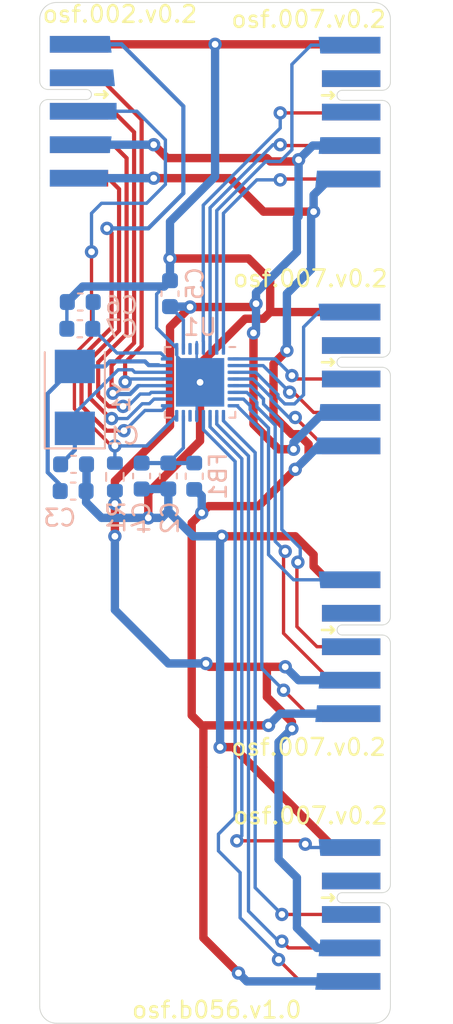
<source format=kicad_pcb>
(kicad_pcb (version 20211014) (generator pcbnew)
  (layers (0 "F.Cu" signal) (31 "B.Cu" signal) (34 "B.Paste" user) (35 "F.Paste" user) (36 "B.SilkS" user "B.Silkscreen") (37 "F.SilkS" user "F.Silkscreen") (38 "B.Mask" user) (39 "F.Mask" user) (44 "Edge.Cuts" user))
  (net 0 "")
  (net 1 "GND")
  (net 2 "Net-(C1-Pad2)")
  (net 3 "Net-(C3-Pad1)")
  (net 4 "/adc/AVDD")
  (net 5 "+5V")
  (net 6 "Net-(C6-Pad1)")
  (net 7 "/adc/SCLK")
  (net 8 "/adc/~{DRDY}")
  (net 9 "/adc/~{CS}")
  (net 11 "/adc/~{RESET}")
  (net 12 "/adc/MOSI")
  (net 13 "+3.3V")
  (net 14 "/adc/MISO")
  (net 15 "/adc/AIN_1P")
  (net 16 "/adc/AIN_1N")
  (net 17 "/adc/AIN_0N")
  (net 18 "/adc/AIN_0P")
  (net 20 "/adc/AIN_3P")
  (net 21 "/adc/AIN_3N")
  (net 22 "/adc/AIN_2N")
  (net 23 "/adc/AIN_2P")
  (net 25 "/adc/AIN_5P")
  (net 26 "/adc/AIN_5N")
  (net 27 "/adc/AIN_4N")
  (net 28 "/adc/AIN_4P")
  (net 30 "/adc/AIN_7P")
  (net 31 "/adc/AIN_7N")
  (net 32 "/adc/AIN_6N")
  (net 33 "/adc/AIN_6P")
  (footprint "on_edge:on_edge_2x05_host" (layer "F.Cu") (at 106 51.55 -90)
    (fp_text reference "J3")
    (fp_text value "007_ADC_2x5")
    (fp_line (start -4 0) (end -1.8 0) (layer "Edge.Cuts") (width 0.05))
    (fp_line (start -1.3 0.5) (end -1.3 2.9) (layer "Edge.Cuts") (width 0.05))
    (fp_line (start -0.2 0) (end 4 0) (layer "Edge.Cuts") (width 0.05))
    (fp_line (start -0.7 2.9) (end -0.7 0.5) (layer "Edge.Cuts") (width 0.05))
    (fp_arc (start -0.7 2.9) (mid -1 3.2) (end -1.3 2.9) (layer "Edge.Cuts") (width 0.05))
    (fp_arc (start -1.8 0) (mid -1.446447 0.146447) (end -1.3 0.5) (layer "Edge.Cuts") (width 0.05))
    (fp_arc (start -0.7 0.5) (mid -0.553553 0.146447) (end -0.2 0) (layer "Edge.Cuts") (width 0.05))
  )
  (footprint "on_edge:on_edge_2x05_host" (layer "F.Cu") (at 106 67.5 -90)
    (fp_text reference "J4")
    (fp_text value "007_ADC_2x5")
    (fp_line (start -4 0) (end -1.8 0) (layer "Edge.Cuts") (width 0.05))
    (fp_line (start -1.3 0.5) (end -1.3 2.9) (layer "Edge.Cuts") (width 0.05))
    (fp_line (start -0.2 0) (end 4 0) (layer "Edge.Cuts") (width 0.05))
    (fp_line (start -0.7 2.9) (end -0.7 0.5) (layer "Edge.Cuts") (width 0.05))
    (fp_arc (start -0.7 2.9) (mid -1 3.2) (end -1.3 2.9) (layer "Edge.Cuts") (width 0.05))
    (fp_arc (start -1.8 0) (mid -1.446447 0.146447) (end -1.3 0.5) (layer "Edge.Cuts") (width 0.05))
    (fp_arc (start -0.7 0.5) (mid -0.553553 0.146447) (end -0.2 0) (layer "Edge.Cuts") (width 0.05))
  )
  (footprint "on_edge:on_edge_2x05_host" (layer "F.Cu") (at 106 83.5 -90)
    (fp_text reference "J5")
    (fp_text value "007_ADC_2x5")
    (fp_line (start -0.7 2.9) (end -0.7 0.5) (layer "Edge.Cuts") (width 0.05))
    (fp_line (start -0.2 0) (end 4 0) (layer "Edge.Cuts") (width 0.05))
    (fp_line (start -4 0) (end -1.8 0) (layer "Edge.Cuts") (width 0.05))
    (fp_line (start -1.3 0.5) (end -1.3 2.9) (layer "Edge.Cuts") (width 0.05))
    (fp_arc (start -0.7 2.9) (mid -1 3.2) (end -1.3 2.9) (layer "Edge.Cuts") (width 0.05))
    (fp_arc (start -0.7 0.5) (mid -0.553553 0.146447) (end -0.2 0) (layer "Edge.Cuts") (width 0.05))
    (fp_arc (start -1.8 0) (mid -1.446447 0.146447) (end -1.3 0.5) (layer "Edge.Cuts") (width 0.05))
  )
  (footprint "on_edge:on_edge_2x05_host" (layer "F.Cu") (at 106 99.5 -90)
    (fp_text reference "J6")
    (fp_text value "007_ADC_2x5")
    (fp_line (start -1.3 0.5) (end -1.3 2.9) (layer "Edge.Cuts") (width 0.05))
    (fp_line (start -4 0) (end -1.8 0) (layer "Edge.Cuts") (width 0.05))
    (fp_line (start -0.7 2.9) (end -0.7 0.5) (layer "Edge.Cuts") (width 0.05))
    (fp_line (start -0.2 0) (end 4 0) (layer "Edge.Cuts") (width 0.05))
    (fp_arc (start -0.7 2.9) (mid -1 3.2) (end -1.3 2.9) (layer "Edge.Cuts") (width 0.05))
    (fp_arc (start -0.7 0.5) (mid -0.553553 0.146447) (end -0.2 0) (layer "Edge.Cuts") (width 0.05))
    (fp_arc (start -1.8 0) (mid -1.446447 0.146447) (end -1.3 0.5) (layer "Edge.Cuts") (width 0.05))
  )
  (footprint "on_edge:on_edge_2x05_device" (layer "F.Cu") (at 85 51.5 -90)
    (fp_text reference "J1")
    (fp_text value "002_SPI_2x5")
    (fp_line (start -0.7 -0.5) (end -0.7 -2.8) (layer "Edge.Cuts") (width 0.05))
    (fp_line (start -1.3 -2.8) (end -1.3 -0.5) (layer "Edge.Cuts") (width 0.05))
    (fp_line (start -0.2 0) (end 4 0) (layer "Edge.Cuts") (width 0.05))
    (fp_line (start -4 0) (end -1.8 0) (layer "Edge.Cuts") (width 0.05))
    (fp_arc (start -1.3 -0.5) (mid -1.446447 -0.146447) (end -1.8 0) (layer "Edge.Cuts") (width 0.05))
    (fp_arc (start -0.2 0) (mid -0.553553 -0.146447) (end -0.7 -0.5) (layer "Edge.Cuts") (width 0.05))
    (fp_arc (start -1.3 -2.8) (mid -1 -3.1) (end -0.7 -2.8) (layer "Edge.Cuts") (width 0.05))
  )
  (footprint "Capacitor_SMD:C_0603_1608Metric" (layer "B.Cu") (at 87 74.2)
    (fp_text reference "C3")
    (fp_text value "10pF")
  )
  (footprint "Package_DFN_QFN:QFN-32-1EP_4x4mm_P0.4mm_EP2.9x2.9mm" (layer "B.Cu") (at 94.6 67.7 180)
    (fp_text reference "U1")
    (fp_text value "ADS131M08")
  )
  (footprint "Capacitor_SMD:C_0603_1608Metric" (layer "B.Cu") (at 87.425 62.9 180)
    (fp_text reference "C6")
    (fp_text value "1uF")
  )
  (footprint "Capacitor_SMD:C_0603_1608Metric" (layer "B.Cu") (at 91.1 73.3 -90)
    (fp_text reference "C4")
    (fp_text value "1uF")
  )
  (footprint "Capacitor_SMD:C_0603_1608Metric" (layer "B.Cu") (at 92.8 62.4 90)
    (fp_text reference "C5")
    (fp_text value "1uF")
  )
  (footprint "Capacitor_SMD:C_0603_1608Metric" (layer "B.Cu") (at 92.7 73.3 -90)
    (fp_text reference "C2")
    (fp_text value "1uF")
  )
  (footprint "Inductor_SMD:L_0603_1608Metric" (layer "B.Cu") (at 94.25 73.3125 90)
    (fp_text reference "FB1")
    (fp_text value "Ferrite_Bead_Small")
  )
  (footprint "Crystal:Crystal_SMD_5032-2Pin_5.0x3.2mm" (layer "B.Cu") (at 87.1 68.6 90)
    (fp_text reference "Y1")
    (fp_text value "8MhZ")
  )
  (footprint "Capacitor_SMD:C_0603_1608Metric" (layer "B.Cu") (at 87.025 72.6 180)
    (fp_text reference "C1")
    (fp_text value "10pF")
  )
  (footprint "Resistor_SMD:R_0603_1608Metric" (layer "B.Cu") (at 89.5 73.35 90)
    (fp_text reference "R1")
    (fp_text value "10k")
  )
  (footprint "Capacitor_SMD:C_0603_1608Metric" (layer "B.Cu") (at 87.4 64.5 180)
    (fp_text reference "C7")
    (fp_text value "10uF")
  )
  (gr_line (start 106 47.55) (end 106 46) (layer "Edge.Cuts") (width 0.05))
  (gr_line (start 85 47.5) (end 85 46) (layer "Edge.Cuts") (width 0.05))
  (gr_arc (start 85 46) (mid 85.292893 45.292893) (end 86 45) (layer "Edge.Cuts") (width 0.05))
  (gr_line (start 85 105) (end 85 55.5) (layer "Edge.Cuts") (width 0.05))
  (gr_line (start 106 105) (end 106 103.5) (layer "Edge.Cuts") (width 0.05))
  (gr_line (start 105 106) (end 86 106) (layer "Edge.Cuts") (width 0.05))
  (gr_line (start 106 79.5) (end 106 71.5) (layer "Edge.Cuts") (width 0.05))
  (gr_line (start 86 45) (end 105 45) (layer "Edge.Cuts") (width 0.05))
  (gr_arc (start 106 105) (mid 105.707107 105.707107) (end 105 106) (layer "Edge.Cuts") (width 0.05))
  (gr_line (start 106 63.5) (end 106 55.55) (layer "Edge.Cuts") (width 0.05))
  (gr_arc (start 105 45) (mid 105.707107 45.292893) (end 106 46) (layer "Edge.Cuts") (width 0.05))
  (gr_arc (start 86 106) (mid 85.292893 105.707107) (end 85 105) (layer "Edge.Cuts") (width 0.05))
  (gr_line (start 106 95.5) (end 106 87.5) (layer "Edge.Cuts") (width 0.05))
  (gr_text "osf.002.v0.2" (at 89.8 45.7) (layer "F.SilkS") (effects (font (size 1 1))))
  (gr_text "osf.007.v0.2" (at 101.2 61.5) (layer "F.SilkS") (effects (font (size 1 1))))
  (gr_text "osf.007.v0.2" (at 101.2 93.6) (layer "F.SilkS") (effects (font (size 1 1))))
  (gr_text "osf.007.v0.2" (at 101.1 46) (layer "F.SilkS") (effects (font (size 1 1))))
  (gr_text "osf.b056.v1.0" (at 95.6 105.2) (layer "F.SilkS") (effects (font (size 1 1))))
  (gr_text "osf.007.v0.2" (at 101.1 89.5) (layer "F.SilkS") (effects (font (size 1 1))))
  (segment (start 91.5 75.8) (end 91.5 74.3) (width 0.5) (layer "F.Cu") (net 1))
  (segment (start 101.4 78.7) (end 101.4 78) (width 0.5) (layer "F.Cu") (net 1))
  (segment (start 103.65 63.5) (end 98.8 63.5) (width 0.5) (layer "F.Cu") (net 1))
  (segment (start 103.6 47.5) (end 103.65 47.55) (width 0.5) (layer "F.Cu") (net 1))
  (segment (start 87.35 47.5) (end 95.5 47.5) (width 0.5) (layer "F.Cu") (net 1))
  (segment (start 101.5 94.4) (end 96.6 89.5) (width 0.5) (layer "F.Cu") (net 1))
  (segment (start 98.8 63.5) (end 98.8 61.6) (width 0.5) (layer "F.Cu") (net 1))
  (segment (start 102.2 79.5) (end 101.7 79) (width 0.5) (layer "F.Cu") (net 1))
  (segment (start 94.6 71.2) (end 94.6 67.7) (width 0.5) (layer "F.Cu") (net 1))
  (segment (start 103.65 95.5) (end 102.6 95.5) (width 0.5) (layer "F.Cu") (net 1))
  (segment (start 101.4 78) (end 100.3 76.9) (width 0.5) (layer "F.Cu") (net 1))
  (segment (start 98.8 63.5) (end 98.40048 63.89952) (width 0.5) (layer "F.Cu") (net 1))
  (segment (start 95.5 47.5) (end 103.6 47.5) (width 0.5) (layer "F.Cu") (net 1))
  (segment (start 97.30048 63.89952) (end 94.6 66.6) (width 0.5) (layer "F.Cu") (net 1))
  (segment (start 103.65 79.5) (end 102.2 79.5) (width 0.5) (layer "F.Cu") (net 1))
  (segment (start 94.6 66.6) (end 94.6 67.7) (width 0.5) (layer "F.Cu") (net 1))
  (segment (start 98.8 61.6) (end 97.5 60.3) (width 0.5) (layer "F.Cu") (net 1))
  (segment (start 102.6 95.5) (end 101.5 94.4) (width 0.5) (layer "F.Cu") (net 1))
  (segment (start 101.7 79) (end 101.4 78.7) (width 0.5) (layer "F.Cu") (net 1))
  (segment (start 96.6 89.5) (end 95.8 89.5) (width 0.5) (layer "F.Cu") (net 1))
  (segment (start 91.5 74.3) (end 94.6 71.2) (width 0.5) (layer "F.Cu") (net 1))
  (segment (start 97.5 60.3) (end 92.8 60.3) (width 0.5) (layer "F.Cu") (net 1))
  (segment (start 98.40048 63.89952) (end 97.30048 63.89952) (width 0.5) (layer "F.Cu") (net 1))
  (segment (start 100.3 76.9) (end 95.9 76.9) (width 0.5) (layer "F.Cu") (net 1))
  (via (at 95.9 76.9) (size 0.8) (drill 0.4) (layers "F.Cu" "B.Cu") (net 1))
  (via (at 95.5 47.5) (size 0.8) (drill 0.4) (layers "F.Cu" "B.Cu") (net 1))
  (via (at 92.8 60.3) (size 0.8) (drill 0.4) (layers "F.Cu" "B.Cu") (net 1))
  (via (at 91.5 75.8) (size 0.8) (drill 0.4) (layers "F.Cu" "B.Cu") (net 1))
  (via (at 94.6 67.7) (size 0.8) (drill 0.4) (layers "F.Cu" "B.Cu") (net 1))
  (via (at 95.8 89.5) (size 0.8) (drill 0.4) (layers "F.Cu" "B.Cu") (net 1))
  (segment (start 95.5 55.4) (end 95.5 47.5) (width 0.5) (layer "B.Cu") (net 1))
  (segment (start 94.35 67.95) (end 94.6 67.7) (width 0.2) (layer "B.Cu") (net 1))
  (segment (start 94.2 76.9) (end 92.7 75.4) (width 0.5) (layer "B.Cu") (net 1))
  (segment (start 92 64.45) (end 92 62.425) (width 0.2) (layer "B.Cu") (net 1))
  (segment (start 92.44952 61.97548) (end 87.57452 61.97548) (width 0.5) (layer "B.Cu") (net 1))
  (segment (start 94.6 67.7) (end 94.6 67.544295) (width 0.2) (layer "B.Cu") (net 1))
  (segment (start 91.1 74.075) (end 92.7 74.075) (width 0.5) (layer "B.Cu") (net 1))
  (segment (start 92.8 58.1) (end 95.5 55.4) (width 0.5) (layer "B.Cu") (net 1))
  (segment (start 94.6 67.544295) (end 93.24952 66.193815) (width 0.2) (layer "B.Cu") (net 1))
  (segment (start 95.8 89.5) (end 95.8 77) (width 0.5) (layer "B.Cu") (net 1))
  (segment (start 86.625 62.925) (end 86.65 62.9) (width 0.2) (layer "B.Cu") (net 1))
  (segment (start 93.20048 65.65048) (end 93.20048 66.056185) (width 0.2) (layer "B.Cu") (net 1))
  (segment (start 93.2 65.7) (end 93.2 66.055705) (width 0.2) (layer "B.Cu") (net 1))
  (segment (start 92.8 61.625) (end 92.8 60.3) (width 0.5) (layer "B.Cu") (net 1))
  (segment (start 92 62.425) (end 92.8 61.625) (width 0.2) (layer "B.Cu") (net 1))
  (segment (start 93.2 65.65) (end 92 64.45) (width 0.2) (layer "B.Cu") (net 1))
  (segment (start 87.57452 61.97548) (end 86.65 62.9) (width 0.5) (layer "B.Cu") (net 1))
  (segment (start 93.2 66.055705) (end 93.20048 66.056185) (width 0.2) (layer "B.Cu") (net 1))
  (segment (start 92 64.45) (end 93.20048 65.65048) (width 0.2) (layer "B.Cu") (net 1))
  (segment (start 88.7 75.8) (end 92.3 75.8) (width 0.5) (layer "B.Cu") (net 1))
  (segment (start 87.8 72.6) (end 87.8 74.175) (width 0.5) (layer "B.Cu") (net 1))
  (segment (start 92.8 60.3) (end 92.8 58.1) (width 0.5) (layer "B.Cu") (net 1))
  (segment (start 93.2 65.7) (end 93.2 65.65) (width 0.2) (layer "B.Cu") (net 1))
  (segment (start 94.4 65.295) (end 94.4 67.445) (width 0.15) (layer "B.Cu") (net 1))
  (segment (start 95.9 76.9) (end 94.2 76.9) (width 0.5) (layer "B.Cu") (net 1))
  (segment (start 87.775 74.2) (end 87.775 74.875) (width 0.5) (layer "B.Cu") (net 1))
  (segment (start 95.8 77) (end 95.9 76.9) (width 0.5) (layer "B.Cu") (net 1))
  (segment (start 92.3 75.8) (end 92.7 75.4) (width 0.5) (layer "B.Cu") (net 1))
  (segment (start 92.7 75.4) (end 92.7 74.075) (width 0.5) (layer "B.Cu") (net 1))
  (segment (start 94.35 67.45) (end 94.6 67.7) (width 0.2) (layer "B.Cu") (net 1))
  (segment (start 94.4 70.025) (end 94.4 67.875) (width 0.15) (layer "B.Cu") (net 1))
  (segment (start 87.775 74.875) (end 88.7 75.8) (width 0.5) (layer "B.Cu") (net 1))
  (segment (start 87.8 74.175) (end 87.775 74.2) (width 0.5) (layer "B.Cu") (net 1))
  (segment (start 86.625 64.5) (end 86.625 62.925) (width 0.2) (layer "B.Cu") (net 1))
  (segment (start 92.8 61.625) (end 92.44952 61.97548) (width 0.5) (layer "B.Cu") (net 1))
  (segment (start 90.539989 66.949989) (end 89.699033 66.949989) (width 0.2) (layer "B.Cu") (net 2))
  (segment (start 86.25 72.6) (end 87.1 71.75) (width 0.25) (layer "B.Cu") (net 2))
  (segment (start 90.69 67.1) (end 90.539989 66.949989) (width 0.2) (layer "B.Cu") (net 2))
  (segment (start 87.1 69.599022) (end 87.1 70.45) (width 0.25) (layer "B.Cu") (net 2))
  (segment (start 89.699033 66.949989) (end 87.1 69.549022) (width 0.2) (layer "B.Cu") (net 2))
  (segment (start 87.1 71.75) (end 87.1 70.45) (width 0.25) (layer "B.Cu") (net 2))
  (segment (start 92.6 67.1) (end 90.69 67.1) (width 0.2) (layer "B.Cu") (net 2))
  (segment (start 87.1 69.549022) (end 87.1 70.45) (width 0.2) (layer "B.Cu") (net 2))
  (segment (start 92.6 66.7) (end 92.13452 66.7) (width 0.2) (layer "B.Cu") (net 3))
  (segment (start 91.3 66.45) (end 91.52548 66.67548) (width 0.25) (layer "B.Cu") (net 3))
  (segment (start 86.225 74.2) (end 86.225 73.827138) (width 0.25) (layer "B.Cu") (net 3))
  (segment (start 91.52548 66.67548) (end 92.11 66.67548) (width 0.25) (layer "B.Cu") (net 3))
  (segment (start 86.225 73.827138) (end 85.47548 73.077618) (width 0.25) (layer "B.Cu") (net 3))
  (segment (start 92.13452 66.7) (end 92.11 66.67548) (width 0.2) (layer "B.Cu") (net 3))
  (segment (start 88.9 66.75) (end 89.2 66.45) (width 0.25) (layer "B.Cu") (net 3))
  (segment (start 89.2 66.45) (end 91.3 66.45) (width 0.25) (layer "B.Cu") (net 3))
  (segment (start 87.1 66.75) (end 88.9 66.75) (width 0.25) (layer "B.Cu") (net 3))
  (segment (start 85.47548 68.37452) (end 87.1 66.75) (width 0.25) (layer "B.Cu") (net 3))
  (segment (start 85.47548 73.077618) (end 85.47548 68.37452) (width 0.25) (layer "B.Cu") (net 3))
  (segment (start 93.6 71.625) (end 92.7 72.525) (width 0.2) (layer "B.Cu") (net 4))
  (segment (start 93.6 69.7) (end 93.6 71.625) (width 0.2) (layer "B.Cu") (net 4))
  (segment (start 91.1 72.525) (end 92.7 72.525) (width 0.25) (layer "B.Cu") (net 4))
  (segment (start 92.7 72.525) (end 94.2875 72.525) (width 0.25) (layer "B.Cu") (net 4))
  (segment (start 101.1 72.1) (end 101.1 71.4) (width 0.5) (layer "F.Cu") (net 5))
  (segment (start 98.4 57.5) (end 101.4 57.5) (width 0.5) (layer "F.Cu") (net 5))
  (segment (start 100.5 70.8) (end 100.098609 70.8) (width 0.5) (layer "F.Cu") (net 5))
  (segment (start 99 69.701391) (end 99 66.6) (width 0.5) (layer "F.Cu") (net 5))
  (segment (start 101.1 71.4) (end 100.5 70.8) (width 0.5) (layer "F.Cu") (net 5))
  (segment (start 94.8 88.3) (end 94.1 87.6) (width 0.5) (layer "F.Cu") (net 5))
  (segment (start 94.8 100.9) (end 94.8 90.7) (width 0.5) (layer "F.Cu") (net 5))
  (segment (start 98.7 88.2) (end 94.9 88.2) (width 0.5) (layer "F.Cu") (net 5))
  (segment (start 98.1 75.1) (end 95.1 75.1) (width 0.5) (layer "F.Cu") (net 5))
  (segment (start 100.3 72.9) (end 101.1 72.1) (width 0.5) (layer "F.Cu") (net 5))
  (segment (start 94.8 90.7) (end 94.8 88.3) (width 0.5) (layer "F.Cu") (net 5))
  (segment (start 99 66.6) (end 99.8 65.8) (width 0.5) (layer "F.Cu") (net 5))
  (segment (start 94.1 87.6) (end 94.1 76.1) (width 0.5) (layer "F.Cu") (net 5))
  (segment (start 100.098609 70.8) (end 99 69.701391) (width 0.5) (layer "F.Cu") (net 5))
  (segment (start 91.8245 55.5) (end 96.4 55.5) (width 0.5) (layer "F.Cu") (net 5))
  (segment (start 96.9 103) (end 94.8 100.9) (width 0.5) (layer "F.Cu") (net 5))
  (segment (start 94.9 88.2) (end 94.8 88.3) (width 0.5) (layer "F.Cu") (net 5))
  (segment (start 95.1 75.1) (end 94.7 75.5) (width 0.5) (layer "F.Cu") (net 5))
  (segment (start 94.1 76.1) (end 94.7 75.5) (width 0.5) (layer "F.Cu") (net 5))
  (segment (start 96.4 55.5) (end 98.4 57.5) (width 0.5) (layer "F.Cu") (net 5))
  (segment (start 100.3 72.9) (end 98.1 75.1) (width 0.5) (layer "F.Cu") (net 5))
  (via (at 91.8245 55.5) (size 0.8) (drill 0.4) (layers "F.Cu" "B.Cu") (net 5))
  (via (at 100.3 72.9) (size 0.8) (drill 0.4) (layers "F.Cu" "B.Cu") (net 5))
  (via (at 101.4 57.5) (size 0.8) (drill 0.4) (layers "F.Cu" "B.Cu") (net 5))
  (via (at 98.7 88.2) (size 0.8) (drill 0.4) (layers "F.Cu" "B.Cu") (net 5))
  (via (at 94.7 75.5) (size 0.8) (drill 0.4) (layers "F.Cu" "B.Cu") (net 5))
  (via (at 96.9 103) (size 0.8) (drill 0.4) (layers "F.Cu" "B.Cu") (net 5))
  (via (at 99.8 65.8) (size 0.8) (drill 0.4) (layers "F.Cu" "B.Cu") (net 5))
  (segment (start 87.3 55.5) (end 91.8245 55.5) (width 0.5) (layer "B.Cu") (net 5))
  (segment (start 101.25048 60.94952) (end 99.9 62.3) (width 0.5) (layer "B.Cu") (net 5))
  (segment (start 97.4 103.5) (end 96.9 103) (width 0.5) (layer "B.Cu") (net 5))
  (segment (start 102.35 55.55) (end 103.5 55.55) (width 0.5) (layer "B.Cu") (net 5))
  (segment (start 99.8 62.4) (end 99.8 65.8) (width 0.5) (layer "B.Cu") (net 5))
  (segment (start 94.7 74.4875) (end 94.3 74.0875) (width 0.5) (layer "B.Cu") (net 5))
  (segment (start 101.4 57.5) (end 101.25048 57.64952) (width 0.5) (layer "B.Cu") (net 5))
  (segment (start 101.25048 57.64952) (end 101.25048 60.94952) (width 0.5) (layer "B.Cu") (net 5))
  (segment (start 103.5 87.5) (end 99.4 87.5) (width 0.5) (layer "B.Cu") (net 5))
  (segment (start 99.9 62.3) (end 99.8 62.4) (width 0.5) (layer "B.Cu") (net 5))
  (segment (start 100.3 72.9) (end 101.7 71.5) (width 0.5) (layer "B.Cu") (net 5))
  (segment (start 101.4 57.5) (end 101.4 56.5) (width 0.5) (layer "B.Cu") (net 5))
  (segment (start 103.5 103.5) (end 97.4 103.5) (width 0.5) (layer "B.Cu") (net 5))
  (segment (start 99.4 87.5) (end 98.7 88.2) (width 0.5) (layer "B.Cu") (net 5))
  (segment (start 94.7 75.5) (end 94.7 74.4875) (width 0.5) (layer "B.Cu") (net 5))
  (segment (start 101.4 56.5) (end 102.35 55.55) (width 0.5) (layer "B.Cu") (net 5))
  (segment (start 101.7 71.5) (end 103.5 71.5) (width 0.5) (layer "B.Cu") (net 5))
  (segment (start 89.625 65.95) (end 88.175 64.5) (width 0.2) (layer "B.Cu") (net 6))
  (segment (start 92.25 65.95) (end 92.6 66.3) (width 0.2) (layer "B.Cu") (net 6))
  (segment (start 88.2 62.9) (end 88.2 64.475) (width 0.2) (layer "B.Cu") (net 6))
  (segment (start 88.2 64.475) (end 88.175 64.5) (width 0.2) (layer "B.Cu") (net 6))
  (segment (start 89.625 65.95) (end 92.25 65.95) (width 0.2) (layer "B.Cu") (net 6))
  (segment (start 89.136469 69.136469) (end 88.5 68.5) (width 0.25) (layer "F.Cu") (net 7))
  (segment (start 90.2 64.8) (end 90.2 54.3) (width 0.25) (layer "F.Cu") (net 7))
  (segment (start 88.5 68.5) (end 88.5 66.5) (width 0.25) (layer "F.Cu") (net 7))
  (segment (start 88.5 66.5) (end 90.2 64.8) (width 0.25) (layer "F.Cu") (net 7))
  (segment (start 90.2 54.3) (end 89.4 53.5) (width 0.25) (layer "F.Cu") (net 7))
  (segment (start 89.4 53.5) (end 87.35 53.5) (width 0.25) (layer "F.Cu") (net 7))
  (segment (start 89.990226 69.136469) (end 89.136469 69.136469) (width 0.25) (layer "F.Cu") (net 7))
  (via (at 89.990226 69.136469) (size 0.8) (drill 0.4) (layers "F.Cu" "B.Cu") (net 7))
  (segment (start 91.675978 68.3) (end 91.575978 68.4) (width 0.2) (layer "B.Cu") (net 7))
  (segment (start 92.6 68.3) (end 91.675978 68.3) (width 0.2) (layer "B.Cu") (net 7))
  (segment (start 91.575978 68.4) (end 91.011286 68.4) (width 0.2) (layer "B.Cu") (net 7))
  (segment (start 91.011286 68.4) (end 90.274817 69.136469) (width 0.2) (layer "B.Cu") (net 7))
  (segment (start 90.274817 69.136469) (end 89.990226 69.136469) (width 0.2) (layer "B.Cu") (net 7))
  (segment (start 89.1 55.5) (end 87.35 55.5) (width 0.25) (layer "F.Cu") (net 8))
  (segment (start 89.75048 64.613802) (end 89.75048 56.15048) (width 0.25) (layer "F.Cu") (net 8))
  (segment (start 89.75048 56.15048) (end 89.1 55.5) (width 0.25) (layer "F.Cu") (net 8))
  (segment (start 89.306885 69.865887) (end 89.230169 69.865887) (width 0.25) (layer "F.Cu") (net 8))
  (segment (start 88 66.364282) (end 89.75048 64.613802) (width 0.25) (layer "F.Cu") (net 8))
  (segment (start 89.230169 69.865887) (end 88 68.635718) (width 0.25) (layer "F.Cu") (net 8))
  (segment (start 88 68.635718) (end 88 66.364282) (width 0.25) (layer "F.Cu") (net 8))
  (via (at 89.306885 69.865887) (size 0.8) (drill 0.4) (layers "F.Cu" "B.Cu") (net 8))
  (segment (start 91.560984 68.98) (end 91.135954 68.98) (width 0.2) (layer "B.Cu") (net 8))
  (segment (start 92.6 68.7) (end 91.840984 68.7) (width 0.2) (layer "B.Cu") (net 8))
  (segment (start 91.135954 68.98) (end 90.250067 69.865887) (width 0.2) (layer "B.Cu") (net 8))
  (segment (start 91.840984 68.7) (end 91.560984 68.98) (width 0.2) (layer "B.Cu") (net 8))
  (segment (start 90.250067 69.865887) (end 89.306885 69.865887) (width 0.2) (layer "B.Cu") (net 8))
  (segment (start 89.02598 58.5) (end 89.30096 58.77498) (width 0.25) (layer "F.Cu") (net 9))
  (segment (start 89.30096 58.77498) (end 89.30096 64.427604) (width 0.25) (layer "F.Cu") (net 9))
  (segment (start 87.5 66.228564) (end 87.5 69.1) (width 0.25) (layer "F.Cu") (net 9))
  (segment (start 87.5 69.1) (end 88.990387 70.590387) (width 0.25) (layer "F.Cu") (net 9))
  (segment (start 88.990387 70.590387) (end 90.044331 70.590387) (width 0.25) (layer "F.Cu") (net 9))
  (segment (start 89.30096 64.427604) (end 87.5 66.228564) (width 0.25) (layer "F.Cu") (net 9))
  (via (at 90.044331 70.590387) (size 0.8) (drill 0.4) (layers "F.Cu" "B.Cu") (net 9))
  (via (at 89.02598 58.5) (size 0.8) (drill 0.4) (layers "F.Cu" "B.Cu") (net 9))
  (segment (start 91.30144 69.37952) (end 90.090573 70.590387) (width 0.2) (layer "B.Cu") (net 9))
  (segment (start 90.090573 70.590387) (end 90.044331 70.590387) (width 0.2) (layer "B.Cu") (net 9))
  (segment (start 93.6 51.2) (end 89.9 47.5) (width 0.25) (layer "B.Cu") (net 9))
  (segment (start 93.6 56.4) (end 93.6 51.2) (width 0.25) (layer "B.Cu") (net 9))
  (segment (start 89.02598 58.5) (end 91.5 58.5) (width 0.25) (layer "B.Cu") (net 9))
  (segment (start 92.32048 69.37952) (end 91.30144 69.37952) (width 0.2) (layer "B.Cu") (net 9))
  (segment (start 92.6 69.1) (end 92.32048 69.37952) (width 0.2) (layer "B.Cu") (net 9))
  (segment (start 91.5 58.5) (end 93.6 56.4) (width 0.25) (layer "B.Cu") (net 9))
  (segment (start 89.9 47.5) (end 87.4 47.5) (width 0.25) (layer "B.Cu") (net 9))
  (segment (start 87.07548 69.275842) (end 89.299638 71.5) (width 0.2) (layer "F.Cu") (net 11))
  (segment (start 87.07548 66.02452) (end 87.07548 69.275842) (width 0.2) (layer "F.Cu") (net 11))
  (segment (start 88.1 59.9) (end 88.1 65) (width 0.2) (layer "F.Cu") (net 11))
  (segment (start 89.299638 71.5) (end 89.5 71.5) (width 0.2) (layer "F.Cu") (net 11))
  (segment (start 88.1 65) (end 87.07548 66.02452) (width 0.2) (layer "F.Cu") (net 11))
  (via (at 89.5 71.5) (size 0.8) (drill 0.4) (layers "F.Cu" "B.Cu") (net 11))
  (via (at 88.1 59.9) (size 0.8) (drill 0.4) (layers "F.Cu" "B.Cu") (net 11))
  (segment (start 90.813759 51.5) (end 92.524011 53.210252) (width 0.2) (layer "B.Cu") (net 11))
  (segment (start 88.1 59.2) (end 88.1 59.9) (width 0.2) (layer "B.Cu") (net 11))
  (segment (start 93.2 69.7) (end 91.4 71.5) (width 0.2) (layer "B.Cu") (net 11))
  (segment (start 88.7 57) (end 88.1 57.6) (width 0.2) (layer "B.Cu") (net 11))
  (segment (start 92.524011 55.875989) (end 91.4 57) (width 0.2) (layer "B.Cu") (net 11))
  (segment (start 92.524011 53.210252) (end 92.524011 55.875989) (width 0.2) (layer "B.Cu") (net 11))
  (segment (start 91.4 71.5) (end 89.5 71.5) (width 0.2) (layer "B.Cu") (net 11))
  (segment (start 87.1 51.5) (end 90.813759 51.5) (width 0.2) (layer "B.Cu") (net 11))
  (segment (start 91.4 57) (end 88.7 57) (width 0.2) (layer "B.Cu") (net 11))
  (segment (start 88.1 57.6) (end 88.1 59.2) (width 0.2) (layer "B.Cu") (net 11))
  (segment (start 89.5 71.5) (end 89.5 72.475) (width 0.2) (layer "B.Cu") (net 11))
  (segment (start 90.11181 66.523907) (end 91.1 65.535717) (width 0.25) (layer "F.Cu") (net 12))
  (segment (start 91.1 52) (end 88.6 49.5) (width 0.25) (layer "F.Cu") (net 12))
  (segment (start 91.1 65.535717) (end 91.1 52) (width 0.25) (layer "F.Cu") (net 12))
  (segment (start 90.11181 67.6745) (end 90.11181 66.523907) (width 0.25) (layer "F.Cu") (net 12))
  (via (at 90.11181 67.6745) (size 0.8) (drill 0.4) (layers "F.Cu" "B.Cu") (net 12))
  (segment (start 90.28631 67.5) (end 90.11181 67.6745) (width 0.2) (layer "B.Cu") (net 12))
  (segment (start 92.6 67.5) (end 90.28631 67.5) (width 0.2) (layer "B.Cu") (net 12))
  (segment (start 92.6245 54.3) (end 98.6 54.3) (width 0.5) (layer "F.Cu") (net 13))
  (segment (start 89.5 74.9505) (end 89.5 73.6) (width 0.5) (layer "F.Cu") (net 13))
  (segment (start 94 63.2) (end 97.749812 63.2) (width 0.5) (layer "F.Cu") (net 13))
  (segment (start 97.8 70.2) (end 97.8 64.749708) (width 0.5) (layer "F.Cu") (net 13))
  (segment (start 100.1 88) (end 98.6 86.5) (width 0.5) (layer "F.Cu") (net 13))
  (segment (start 92.8 64.4) (end 94 63.2) (width 0.5) (layer "F.Cu") (net 13))
  (segment (start 92.8 70.3) (end 92.8 64.4) (width 0.5) (layer "F.Cu") (net 13))
  (segment (start 89.5 74.9505) (end 89.5 76.9) (width 0.5) (layer "F.Cu") (net 13))
  (segment (start 100.19806 71.7) (end 99.3 71.7) (width 0.5) (layer "F.Cu") (net 13))
  (segment (start 98.6 86.5) (end 98.6 84.7) (width 0.5) (layer "F.Cu") (net 13))
  (segment (start 100.4 54.5) (end 100.5 54.4) (width 0.5) (layer "F.Cu") (net 13))
  (segment (start 94.9495 84.5) (end 95.1495 84.7) (width 0.5) (layer "F.Cu") (net 13))
  (segment (start 97.8 64.749708) (end 97.800688 64.74902) (width 0.5) (layer "F.Cu") (net 13))
  (segment (start 91.8245 53.5) (end 92.6245 54.3) (width 0.5) (layer "F.Cu") (net 13))
  (segment (start 98.8 54.5) (end 100.4 54.5) (width 0.5) (layer "F.Cu") (net 13))
  (segment (start 98.6 54.3) (end 98.8 54.5) (width 0.5) (layer "F.Cu") (net 13))
  (segment (start 97.749812 63.2) (end 97.9505 62.999312) (width 0.5) (layer "F.Cu") (net 13))
  (segment (start 89.5 73.6) (end 92.8 70.3) (width 0.5) (layer "F.Cu") (net 13))
  (segment (start 99.3 71.7) (end 97.8 70.2) (width 0.5) (layer "F.Cu") (net 13))
  (segment (start 99.7 84.7) (end 98.6 84.7) (width 0.5) (layer "F.Cu") (net 13))
  (segment (start 95.1495 84.7) (end 98.6 84.7) (width 0.5) (layer "F.Cu") (net 13))
  (segment (start 100.1 88.4) (end 100.1 88) (width 0.5) (layer "F.Cu") (net 13))
  (via (at 100.1 88.4) (size 0.8) (drill 0.4) (layers "F.Cu" "B.Cu") (net 13))
  (via (at 100.5 54.4) (size 0.8) (drill 0.4) (layers "F.Cu" "B.Cu") (net 13))
  (via (at 99.7 84.7) (size 0.8) (drill 0.4) (layers "F.Cu" "B.Cu") (net 13))
  (via (at 89.5 76.9) (size 0.8) (drill 0.4) (layers "F.Cu" "B.Cu") (net 13))
  (via (at 97.800688 64.74902) (size 0.8) (drill 0.4) (layers "F.Cu" "B.Cu") (net 13))
  (via (at 97.9505 62.999312) (size 0.8) (drill 0.4) (layers "F.Cu" "B.Cu") (net 13))
  (via (at 89.5 74.9505) (size 0.8) (drill 0.4) (layers "F.Cu" "B.Cu") (net 13))
  (via (at 94.9495 84.5) (size 0.8) (drill 0.4) (layers "F.Cu" "B.Cu") (net 13))
  (via (at 94 63.2) (size 0.8) (drill 0.4) (layers "F.Cu" "B.Cu") (net 13))
  (via (at 100.19806 71.7) (size 0.8) (drill 0.4) (layers "F.Cu" "B.Cu") (net 13))
  (via (at 91.8245 53.5) (size 0.8) (drill 0.4) (layers "F.Cu" "B.Cu") (net 13))
  (segment (start 93.6 63.975) (end 92.8 63.175) (width 0.2) (layer "B.Cu") (net 13))
  (segment (start 100.4 59.9) (end 100.4 57.885718) (width 0.5) (layer "B.Cu") (net 13))
  (segment (start 102 69.5) (end 103.6 69.5) (width 0.5) (layer "B.Cu") (net 13))
  (segment (start 92.7 84.5) (end 89.5 81.3) (width 0.5) (layer "B.Cu") (net 13))
  (segment (start 100.19806 71.30194) (end 102 69.5) (width 0.5) (layer "B.Cu") (net 13))
  (segment (start 103.6 85.5) (end 100.5 85.5) (width 0.5) (layer "B.Cu") (net 13))
  (segment (start 89.5 74.9505) (end 89.5 74.125) (width 0.5) (layer "B.Cu") (net 13))
  (segment (start 100.4 57.885718) (end 100.5 57.785718) (width 0.5) (layer "B.Cu") (net 13))
  (segment (start 97.9505 62.999312) (end 97.9505 62.3495) (width 0.5) (layer "B.Cu") (net 13))
  (segment (start 100.4 97.3) (end 99.3 96.2) (width 0.5) (layer "B.Cu") (net 13))
  (segment (start 101.6 101.5) (end 101.1 101) (width 0.5) (layer "B.Cu") (net 13))
  (segment (start 100.19806 71.7) (end 100.19806 71.30194) (width 0.5) (layer "B.Cu") (net 13))
  (segment (start 91.8245 53.5) (end 87.4 53.5) (width 0.5) (layer "B.Cu") (net 13))
  (segment (start 99.3 94.3) (end 99.3 89.2) (width 0.5) (layer "B.Cu") (net 13))
  (segment (start 97.9505 64.599208) (end 97.9505 62.999312) (width 0.5) (layer "B.Cu") (net 13))
  (segment (start 92.8 63.175) (end 93.975 63.175) (width 0.5) (layer "B.Cu") (net 13))
  (segment (start 100.4 100.3) (end 100.4 97.3) (width 0.5) (layer "B.Cu") (net 13))
  (segment (start 100.5 54.4) (end 101.35 53.55) (width 0.5) (layer "B.Cu") (net 13))
  (segment (start 99.3 96.2) (end 99.3 94.3) (width 0.5) (layer "B.Cu") (net 13))
  (segment (start 94.9495 84.5) (end 92.7 84.5) (width 0.5) (layer "B.Cu") (net 13))
  (segment (start 101.35 53.55) (end 103.6 53.55) (width 0.5) (layer "B.Cu") (net 13))
  (segment (start 89.5 81.3) (end 89.5 76.9) (width 0.5) (layer "B.Cu") (net 13))
  (segment (start 97.800688 64.74902) (end 97.9505 64.599208) (width 0.5) (layer "B.Cu") (net 13))
  (segment (start 97.9505 62.3495) (end 100.4 59.9) (width 0.5) (layer "B.Cu") (net 13))
  (segment (start 100.5 57.785718) (end 100.5 54.4) (width 0.5) (layer "B.Cu") (net 13))
  (segment (start 93.6 65.7) (end 93.6 63.975) (width 0.2) (layer "B.Cu") (net 13))
  (segment (start 103.6 101.5) (end 101.6 101.5) (width 0.5) (layer "B.Cu") (net 13))
  (segment (start 100.5 85.5) (end 99.7 84.7) (width 0.5) (layer "B.Cu") (net 13))
  (segment (start 101.1 101) (end 100.4 100.3) (width 0.5) (layer "B.Cu") (net 13))
  (segment (start 93.975 63.175) (end 94 63.2) (width 0.5) (layer "B.Cu") (net 13))
  (segment (start 99.3 89.2) (end 100.1 88.4) (width 0.5) (layer "B.Cu") (net 13))
  (segment (start 89.3 66.7) (end 90.65048 65.34952) (width 0.25) (layer "F.Cu") (net 14))
  (segment (start 89.374407 68.349213) (end 89.3 68.274806) (width 0.25) (layer "F.Cu") (net 14))
  (segment (start 89.4 51.5) (end 88.6 51.5) (width 0.25) (layer "F.Cu") (net 14))
  (segment (start 90.65048 65.34952) (end 90.65048 52.75048) (width 0.25) (layer "F.Cu") (net 14))
  (segment (start 89.3 68.274806) (end 89.3 66.7) (width 0.25) (layer "F.Cu") (net 14))
  (segment (start 90.65048 52.75048) (end 89.4 51.5) (width 0.25) (layer "F.Cu") (net 14))
  (via (at 89.374407 68.349213) (size 0.8) (drill 0.4) (layers "F.Cu" "B.Cu") (net 14))
  (segment (start 89.399205 68.374011) (end 89.374407 68.349213) (width 0.2) (layer "B.Cu") (net 14))
  (segment (start 91.01 67.9) (end 90.875569 67.9) (width 0.2) (layer "B.Cu") (net 14))
  (segment (start 90.910924 67.9) (end 90.860924 67.95) (width 0.2) (layer "B.Cu") (net 14))
  (segment (start 90.411913 68.399011) (end 89.424205 68.399011) (width 0.25) (layer "B.Cu") (net 14))
  (segment (start 89.424205 68.399011) (end 89.374407 68.349213) (width 0.25) (layer "B.Cu") (net 14))
  (segment (start 92.6 67.9) (end 91.01 67.9) (width 0.2) (layer "B.Cu") (net 14))
  (segment (start 90.875569 67.9) (end 90.401558 68.374011) (width 0.2) (layer "B.Cu") (net 14))
  (segment (start 90.401558 68.374011) (end 89.399205 68.374011) (width 0.2) (layer "B.Cu") (net 14))
  (segment (start 91.01 67.9) (end 90.910924 67.9) (width 0.2) (layer "B.Cu") (net 14))
  (segment (start 90.860924 67.95) (end 90.411913 68.399011) (width 0.25) (layer "B.Cu") (net 14))
  (segment (start 99.45 55.55) (end 103.65 55.55) (width 0.2) (layer "F.Cu") (net 15))
  (segment (start 99.4 55.6) (end 99.45 55.55) (width 0.2) (layer "F.Cu") (net 15))
  (via (at 99.4 55.6) (size 0.8) (drill 0.4) (layers "F.Cu" "B.Cu") (net 15))
  (segment (start 98 55.6) (end 99.4 55.6) (width 0.2) (layer "B.Cu") (net 15))
  (segment (start 96 57.6) (end 98 55.6) (width 0.2) (layer "B.Cu") (net 15))
  (segment (start 96 65.7) (end 96 57.6) (width 0.2) (layer "B.Cu") (net 15))
  (segment (start 98.534994 54.5) (end 95.6 57.434994) (width 0.2) (layer "B.Cu") (net 16))
  (segment (start 103.6 47.55) (end 101.25 47.55) (width 0.2) (layer "B.Cu") (net 16))
  (segment (start 99.4 54.5) (end 98.534994 54.5) (width 0.2) (layer "B.Cu") (net 16))
  (segment (start 101.25 47.55) (end 100.1 48.7) (width 0.2) (layer "B.Cu") (net 16))
  (segment (start 100.1 53.8) (end 99.4 54.5) (width 0.2) (layer "B.Cu") (net 16))
  (segment (start 100.1 48.7) (end 100.1 53.8) (width 0.2) (layer "B.Cu") (net 16))
  (segment (start 95.6 57.434994) (end 95.6 65.7) (width 0.2) (layer "B.Cu") (net 16))
  (segment (start 99.4 53.5) (end 99.45 53.55) (width 0.2) (layer "F.Cu") (net 17))
  (segment (start 99.45 53.55) (end 103.65 53.55) (width 0.2) (layer "F.Cu") (net 17))
  (via (at 99.4 53.5) (size 0.8) (drill 0.4) (layers "F.Cu" "B.Cu") (net 17))
  (segment (start 95.2 57.269988) (end 95.2 65.7) (width 0.2) (layer "B.Cu") (net 17))
  (segment (start 99.4 53.5) (end 98.969988 53.5) (width 0.2) (layer "B.Cu") (net 17))
  (segment (start 98.969988 53.5) (end 95.2 57.269988) (width 0.2) (layer "B.Cu") (net 17))
  (segment (start 102.35 51.6) (end 102.4 51.55) (width 0.2) (layer "F.Cu") (net 18))
  (segment (start 99.4 51.6) (end 102.35 51.6) (width 0.2) (layer "F.Cu") (net 18))
  (via (at 99.4 51.6) (size 0.8) (drill 0.4) (layers "F.Cu" "B.Cu") (net 18))
  (segment (start 99.4 51.6) (end 99.4 52.504982) (width 0.2) (layer "B.Cu") (net 18))
  (segment (start 99.4 52.504982) (end 94.792147 57.112835) (width 0.2) (layer "B.Cu") (net 18))
  (segment (start 94.792147 65.247853) (end 94.8 65.255706) (width 0.2) (layer "B.Cu") (net 18))
  (segment (start 94.792147 57.112835) (end 94.792147 65.247853) (width 0.2) (layer "B.Cu") (net 18))
  (segment (start 94.8 65.255706) (end 94.8 65.7) (width 0.2) (layer "B.Cu") (net 18))
  (segment (start 102 71.5) (end 103.65 71.5) (width 0.2) (layer "F.Cu") (net 20))
  (segment (start 100.3 69.8) (end 102 71.5) (width 0.2) (layer "F.Cu") (net 20))
  (via (at 100.3 69.8) (size 0.8) (drill 0.4) (layers "F.Cu" "B.Cu") (net 20))
  (segment (start 99.920111 69.8) (end 100.3 69.8) (width 0.2) (layer "B.Cu") (net 20))
  (segment (start 97.765006 67.5) (end 98.865644 68.600638) (width 0.2) (layer "B.Cu") (net 20))
  (segment (start 96.6 67.5) (end 97.765006 67.5) (width 0.2) (layer "B.Cu") (net 20))
  (segment (start 98.865644 68.745533) (end 99.920111 69.8) (width 0.2) (layer "B.Cu") (net 20))
  (segment (start 98.865644 68.600638) (end 98.865644 68.745533) (width 0.2) (layer "B.Cu") (net 20))
  (segment (start 97.930012 67.1) (end 99.265164 68.435152) (width 0.2) (layer "B.Cu") (net 21))
  (segment (start 99.265164 68.435152) (end 99.265164 68.580046) (width 0.2) (layer "B.Cu") (net 21))
  (segment (start 101.7 63.5) (end 100.8 64.4) (width 0.2) (layer "B.Cu") (net 21))
  (segment (start 99.674927 68.98981) (end 99.337559 68.652441) (width 0.2) (layer "B.Cu") (net 21))
  (segment (start 96.6 67.1) (end 97.930012 67.1) (width 0.2) (layer "B.Cu") (net 21))
  (segment (start 100.8 64.4) (end 100.8 68.444233) (width 0.2) (layer "B.Cu") (net 21))
  (segment (start 103.6 63.5) (end 101.7 63.5) (width 0.2) (layer "B.Cu") (net 21))
  (segment (start 100.8 68.444233) (end 100.254423 68.98981) (width 0.2) (layer "B.Cu") (net 21))
  (segment (start 99.265164 68.580046) (end 99.337559 68.652441) (width 0.2) (layer "B.Cu") (net 21))
  (segment (start 99.337559 68.652441) (end 99.265164 68.580047) (width 0.2) (layer "B.Cu") (net 21))
  (segment (start 100.254423 68.98981) (end 99.674927 68.98981) (width 0.2) (layer "B.Cu") (net 21))
  (segment (start 100.190299 68.290299) (end 101.4 69.5) (width 0.2) (layer "F.Cu") (net 22))
  (segment (start 101.4 69.5) (end 103.65 69.5) (width 0.2) (layer "F.Cu") (net 22))
  (segment (start 99.964675 68.290299) (end 100.190299 68.290299) (width 0.2) (layer "F.Cu") (net 22))
  (via (at 99.964675 68.290299) (size 0.8) (drill 0.4) (layers "F.Cu" "B.Cu") (net 22))
  (segment (start 96.6 66.7) (end 98.374376 66.7) (width 0.2) (layer "B.Cu") (net 22))
  (segment (start 98.374376 66.7) (end 99.964675 68.290299) (width 0.2) (layer "B.Cu") (net 22))
  (segment (start 100.1 67.3) (end 100.3 67.5) (width 0.2) (layer "F.Cu") (net 23))
  (segment (start 100.3 67.5) (end 102.4 67.5) (width 0.2) (layer "F.Cu") (net 23))
  (via (at 100.1 67.3) (size 0.8) (drill 0.4) (layers "F.Cu" "B.Cu") (net 23))
  (segment (start 99.1 66.3) (end 100.1 67.3) (width 0.2) (layer "B.Cu") (net 23))
  (segment (start 96.6 66.3) (end 99.1 66.3) (width 0.2) (layer "B.Cu") (net 23))
  (segment (start 99.6 86.1) (end 101 87.5) (width 0.2) (layer "F.Cu") (net 25))
  (segment (start 101 87.5) (end 103.65 87.5) (width 0.2) (layer "F.Cu") (net 25))
  (via (at 99.6 86.1) (size 0.8) (drill 0.4) (layers "F.Cu" "B.Cu") (net 25))
  (segment (start 98.3 84.8) (end 98.3 70.595018) (width 0.2) (layer "B.Cu") (net 25))
  (segment (start 96.804982 69.1) (end 98.3 70.595018) (width 0.2) (layer "B.Cu") (net 25))
  (segment (start 96.6 69.1) (end 96.804982 69.1) (width 0.2) (layer "B.Cu") (net 25))
  (segment (start 99.6 86.1) (end 98.3 84.8) (width 0.2) (layer "B.Cu") (net 25))
  (segment (start 98.69952 77.99952) (end 100.2 79.5) (width 0.2) (layer "B.Cu") (net 26))
  (segment (start 97.60048 69.10048) (end 97.60048 69.330492) (width 0.2) (layer "B.Cu") (net 26))
  (segment (start 100.2 79.5) (end 103.6 79.5) (width 0.2) (layer "B.Cu") (net 26))
  (segment (start 96.6 68.7) (end 97.2 68.7) (width 0.2) (layer "B.Cu") (net 26))
  (segment (start 97.60048 69.330492) (end 98.69952 70.429532) (width 0.2) (layer "B.Cu") (net 26))
  (segment (start 98.69952 70.429532) (end 98.69952 77.99952) (width 0.2) (layer "B.Cu") (net 26))
  (segment (start 97.2 68.7) (end 97.60048 69.10048) (width 0.2) (layer "B.Cu") (net 26))
  (segment (start 99.6 77.89902) (end 99.6 82.7) (width 0.2) (layer "F.Cu") (net 27))
  (segment (start 102.4 85.5) (end 103.65 85.5) (width 0.2) (layer "F.Cu") (net 27))
  (segment (start 99.6 82.7) (end 102.4 85.5) (width 0.2) (layer "F.Cu") (net 27))
  (segment (start 99.69902 77.8) (end 99.6 77.89902) (width 0.2) (layer "F.Cu") (net 27))
  (via (at 99.69902 77.8) (size 0.8) (drill 0.4) (layers "F.Cu" "B.Cu") (net 27))
  (segment (start 99.09904 70.264046) (end 99.09904 77.20002) (width 0.2) (layer "B.Cu") (net 27))
  (segment (start 99.09904 77.20002) (end 99.69902 77.8) (width 0.2) (layer "B.Cu") (net 27))
  (segment (start 97.4 68.3) (end 98.00048 68.90048) (width 0.2) (layer "B.Cu") (net 27))
  (segment (start 98.00048 68.90048) (end 98.000481 69.165487) (width 0.2) (layer "B.Cu") (net 27))
  (segment (start 98.000481 69.165487) (end 99.09904 70.264046) (width 0.2) (layer "B.Cu") (net 27))
  (segment (start 96.6 68.3) (end 97.4 68.3) (width 0.2) (layer "B.Cu") (net 27))
  (segment (start 100.4 82.3) (end 101.6 83.5) (width 0.2) (layer "F.Cu") (net 28))
  (segment (start 101.6 83.5) (end 102.4 83.5) (width 0.2) (layer "F.Cu") (net 28))
  (segment (start 100.458348 78.449943) (end 100.4 78.508291) (width 0.2) (layer "F.Cu") (net 28))
  (segment (start 100.4 78.508291) (end 100.4 82.3) (width 0.2) (layer "F.Cu") (net 28))
  (via (at 100.458348 78.449943) (size 0.8) (drill 0.4) (layers "F.Cu" "B.Cu") (net 28))
  (segment (start 97.6 67.9) (end 98.4 68.7) (width 0.2) (layer "B.Cu") (net 28))
  (segment (start 98.4 68.7) (end 98.4 69) (width 0.2) (layer "B.Cu") (net 28))
  (segment (start 98.4 69) (end 99.49856 70.09856) (width 0.2) (layer "B.Cu") (net 28))
  (segment (start 100.6 78.308291) (end 100.458348 78.449943) (width 0.2) (layer "B.Cu") (net 28))
  (segment (start 96.6 67.9) (end 97.6 67.9) (width 0.2) (layer "B.Cu") (net 28))
  (segment (start 99.49856 76.49856) (end 100.6 77.6) (width 0.2) (layer "B.Cu") (net 28))
  (segment (start 99.49856 70.09856) (end 99.49856 76.49856) (width 0.2) (layer "B.Cu") (net 28))
  (segment (start 100.6 77.6) (end 100.6 78.308291) (width 0.2) (layer "B.Cu") (net 28))
  (segment (start 99.3 102.2) (end 100.6 103.5) (width 0.2) (layer "F.Cu") (net 30))
  (segment (start 100.6 103.5) (end 103.65 103.5) (width 0.2) (layer "F.Cu") (net 30))
  (via (at 99.3 102.2) (size 0.8) (drill 0.4) (layers "F.Cu" "B.Cu") (net 30))
  (segment (start 97 99.7) (end 97 97) (width 0.2) (layer "B.Cu") (net 30))
  (segment (start 99.3 102.2) (end 99.3 102) (width 0.2) (layer "B.Cu") (net 30))
  (segment (start 95.7 95.7) (end 95.7 94.7) (width 0.2) (layer "B.Cu") (net 30))
  (segment (start 96.7 93.7) (end 96.7 72.430012) (width 0.2) (layer "B.Cu") (net 30))
  (segment (start 95.7 94.7) (end 96.7 93.7) (width 0.2) (layer "B.Cu") (net 30))
  (segment (start 94.8 69.7) (end 94.8 70.530012) (width 0.2) (layer "B.Cu") (net 30))
  (segment (start 97 97) (end 95.7 95.7) (width 0.2) (layer "B.Cu") (net 30))
  (segment (start 99.3 102) (end 97 99.7) (width 0.2) (layer "B.Cu") (net 30))
  (segment (start 94.8 70.530012) (end 96.7 72.430012) (width 0.2) (layer "B.Cu") (net 30))
  (segment (start 100.7 95.1) (end 100.9 95.3) (width 0.2) (layer "F.Cu") (net 31))
  (segment (start 96.80098 95.1) (end 100.7 95.1) (width 0.2) (layer "F.Cu") (net 31))
  (via (at 100.9 95.3) (size 0.8) (drill 0.4) (layers "F.Cu" "B.Cu") (net 31))
  (via (at 96.80098 95.1) (size 0.8) (drill 0.4) (layers "F.Cu" "B.Cu") (net 31))
  (segment (start 97.10096 94.80002) (end 96.80098 95.1) (width 0.2) (layer "B.Cu") (net 31))
  (segment (start 101.1 95.5) (end 103.6 95.5) (width 0.2) (layer "B.Cu") (net 31))
  (segment (start 100.9 95.3) (end 101.1 95.5) (width 0.2) (layer "B.Cu") (net 31))
  (segment (start 95.2 69.7) (end 95.2 70.365006) (width 0.2) (layer "B.Cu") (net 31))
  (segment (start 97.10096 72.265966) (end 97.10096 94.80002) (width 0.2) (layer "B.Cu") (net 31))
  (segment (start 95.2 70.365006) (end 97.10096 72.265966) (width 0.2) (layer "B.Cu") (net 31))
  (segment (start 99.9 101.5) (end 103.65 101.5) (width 0.2) (layer "F.Cu") (net 32))
  (segment (start 99.5 101.1) (end 99.9 101.5) (width 0.2) (layer "F.Cu") (net 32))
  (via (at 99.5 101.1) (size 0.8) (drill 0.4) (layers "F.Cu" "B.Cu") (net 32))
  (segment (start 99.3 101.1) (end 99.5 101.1) (width 0.2) (layer "B.Cu") (net 32))
  (segment (start 97.50048 99.30048) (end 99.3 101.1) (width 0.2) (layer "B.Cu") (net 32))
  (segment (start 95.6 70.2) (end 97.50048 72.10048) (width 0.2) (layer "B.Cu") (net 32))
  (segment (start 95.6 69.7) (end 95.6 70.2) (width 0.2) (layer "B.Cu") (net 32))
  (segment (start 97.50048 72.10048) (end 97.50048 99.30048) (width 0.2) (layer "B.Cu") (net 32))
  (segment (start 99.5 99.5) (end 102.4 99.5) (width 0.2) (layer "F.Cu") (net 33))
  (via (at 99.5 99.5) (size 0.8) (drill 0.4) (layers "F.Cu" "B.Cu") (net 33))
  (segment (start 96 70) (end 97.9 71.9) (width 0.2) (layer "B.Cu") (net 33))
  (segment (start 97.9 97.9) (end 99.5 99.5) (width 0.2) (layer "B.Cu") (net 33))
  (segment (start 97.9 71.9) (end 97.9 97.9) (width 0.2) (layer "B.Cu") (net 33))
  (segment (start 96 69.7) (end 96 70) (width 0.2) (layer "B.Cu") (net 33))
)
</source>
